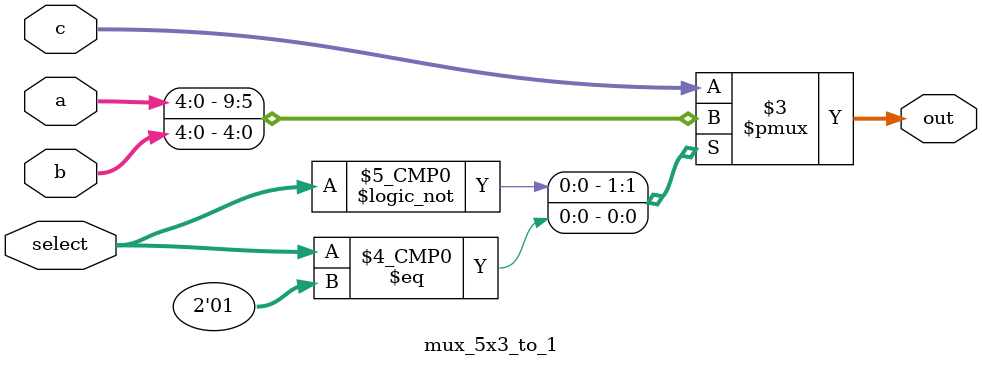
<source format=v>
`timescale 1ns / 1ps
/* 
    * Assignment - 6
    * Problem - 3
    * Semester - 5 (Autumn)
    * Group - 56
    * Group members - Utsav Mehta (20CS10069) and Vibhu (20CS10072)
*/
module mux_5x3_to_1(a, b, c, select, out);

    input [4:0] a, b, c;
    input [1:0] select;
    output reg [4:0] out;

    always @(*) begin
        case (select)
            2'b00: out = a;
            2'b01: out = b;
            default: out = c;
        endcase
    end

endmodule
</source>
